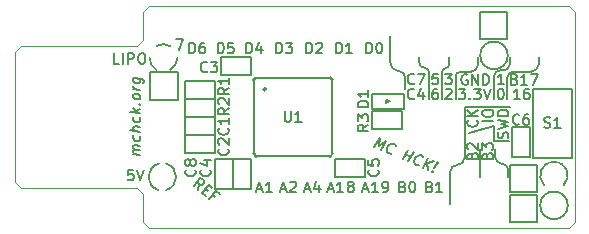
<source format=gto>
G04 (created by PCBNEW (2013-07-14 BZR 4242)-stable) date Thu 29 Aug 2013 05:54:54 PM CEST*
%MOIN*%
G04 Gerber Fmt 3.4, Leading zero omitted, Abs format*
%FSLAX34Y34*%
G01*
G70*
G90*
G04 APERTURE LIST*
%ADD10C,0.005906*%
%ADD11C,0.005900*%
%ADD12C,0.003900*%
%ADD13C,0.003921*%
%ADD14C,0.008000*%
%ADD15C,0.007800*%
%ADD16C,0.081874*%
%ADD17C,0.134200*%
%ADD18R,0.303074X0.066874*%
%ADD19R,0.263774X0.047174*%
%ADD20R,0.032874X0.052874*%
%ADD21R,0.052874X0.032874*%
%ADD22R,0.039274X0.039274*%
%ADD23R,0.066874X0.017674*%
%ADD24R,0.017674X0.066874*%
%ADD25R,0.051181X0.070866*%
G04 APERTURE END LIST*
G54D10*
G54D11*
X25275Y-18500D02*
X25275Y-19400D01*
X27000Y-18650D02*
X27000Y-19400D01*
X26225Y-18500D02*
G75*
G03X26475Y-18250I0J250D01*
G74*
G01*
X25500Y-18000D02*
X25500Y-18275D01*
X24825Y-18500D02*
X24825Y-19400D01*
X24825Y-18500D02*
G75*
G03X24700Y-18375I-125J0D01*
G74*
G01*
X24500Y-18175D02*
X24500Y-18000D01*
X25725Y-18650D02*
X25725Y-19400D01*
X26475Y-18000D02*
X26475Y-18250D01*
X27450Y-18675D02*
X27450Y-19400D01*
X28500Y-18225D02*
X28500Y-18000D01*
X27325Y-18450D02*
G75*
G03X27525Y-18250I0J200D01*
G74*
G01*
X25875Y-18500D02*
G75*
G03X25725Y-18650I0J-150D01*
G74*
G01*
X27480Y-21780D02*
G75*
G03X27260Y-21560I-220J0D01*
G74*
G01*
X27040Y-21340D02*
G75*
G03X27260Y-21560I220J0D01*
G74*
G01*
X25780Y-21600D02*
G75*
G03X25540Y-21840I0J-240D01*
G74*
G01*
X25780Y-21600D02*
G75*
G03X26020Y-21360I0J240D01*
G74*
G01*
X28225Y-18500D02*
G75*
G03X28500Y-18225I0J275D01*
G74*
G01*
X23540Y-18180D02*
G75*
G03X23840Y-18480I300J0D01*
G74*
G01*
X24040Y-18680D02*
G75*
G03X23840Y-18480I-200J0D01*
G74*
G01*
X24500Y-18175D02*
G75*
G03X24700Y-18375I200J0D01*
G74*
G01*
X25400Y-18375D02*
G75*
G03X25500Y-18275I0J100D01*
G74*
G01*
X25400Y-18375D02*
G75*
G03X25275Y-18500I0J-125D01*
G74*
G01*
X27200Y-18450D02*
G75*
G03X27000Y-18650I0J-200D01*
G74*
G01*
X27625Y-18500D02*
G75*
G03X27450Y-18675I0J-175D01*
G74*
G01*
X26990Y-20790D02*
X27500Y-20790D01*
X26990Y-20300D02*
X26990Y-20790D01*
X26170Y-20530D02*
X26990Y-20300D01*
X28450Y-21600D02*
X28450Y-22500D01*
X28450Y-22500D02*
X27550Y-22500D01*
X27550Y-22500D02*
X27550Y-21600D01*
X27550Y-21600D02*
X28450Y-21600D01*
X27463Y-20718D02*
X27480Y-20667D01*
X27480Y-20583D01*
X27463Y-20549D01*
X27446Y-20532D01*
X27412Y-20516D01*
X27379Y-20516D01*
X27345Y-20532D01*
X27328Y-20549D01*
X27311Y-20583D01*
X27294Y-20650D01*
X27277Y-20684D01*
X27261Y-20701D01*
X27227Y-20718D01*
X27193Y-20718D01*
X27159Y-20701D01*
X27143Y-20684D01*
X27126Y-20650D01*
X27126Y-20566D01*
X27143Y-20516D01*
X27126Y-20398D02*
X27480Y-20313D01*
X27227Y-20246D01*
X27480Y-20178D01*
X27126Y-20094D01*
X27480Y-19959D02*
X27126Y-19959D01*
X27126Y-19875D01*
X27143Y-19824D01*
X27176Y-19791D01*
X27210Y-19774D01*
X27277Y-19757D01*
X27328Y-19757D01*
X27395Y-19774D01*
X27429Y-19791D01*
X27463Y-19824D01*
X27480Y-19875D01*
X27480Y-19959D01*
X26020Y-19660D02*
X27520Y-19660D01*
X26020Y-21360D02*
X26020Y-19660D01*
G54D12*
X15300Y-17430D02*
X15300Y-16500D01*
X15300Y-22574D02*
X15300Y-23500D01*
X29500Y-23700D02*
X15500Y-23700D01*
X29700Y-16500D02*
X29700Y-23500D01*
X15500Y-16300D02*
X29500Y-16300D01*
X11223Y-17630D02*
X15100Y-17630D01*
X11223Y-22374D02*
X15100Y-22374D01*
X11023Y-17830D02*
X11023Y-22174D01*
G54D13*
X11223Y-22374D02*
X11023Y-22174D01*
X15300Y-22574D02*
X15100Y-22374D01*
X15500Y-23700D02*
X15300Y-23500D01*
X29700Y-23500D02*
X29500Y-23700D01*
X29500Y-16300D02*
X29700Y-16500D01*
X15300Y-16500D02*
X15500Y-16300D01*
X15100Y-17630D02*
X15300Y-17430D01*
G54D12*
X11223Y-17630D02*
X11023Y-17830D01*
G54D11*
X28225Y-18500D02*
X27625Y-18500D01*
X27525Y-18250D02*
X27525Y-18000D01*
X27200Y-18450D02*
X27325Y-18450D01*
X26225Y-18500D02*
X25875Y-18500D01*
X26540Y-21080D02*
X26540Y-22000D01*
X27040Y-21340D02*
X27040Y-21080D01*
X27480Y-21780D02*
X27480Y-22000D01*
X25540Y-21840D02*
X25540Y-22900D01*
X23540Y-18180D02*
X23540Y-17320D01*
X24040Y-19080D02*
X24040Y-18680D01*
X27326Y-18910D02*
X27123Y-18910D01*
X27225Y-18910D02*
X27225Y-18556D01*
X27191Y-18606D01*
X27157Y-18640D01*
X27123Y-18657D01*
X27688Y-18749D02*
X27738Y-18766D01*
X27755Y-18783D01*
X27772Y-18817D01*
X27772Y-18867D01*
X27755Y-18901D01*
X27738Y-18918D01*
X27705Y-18935D01*
X27570Y-18935D01*
X27570Y-18581D01*
X27688Y-18581D01*
X27721Y-18598D01*
X27738Y-18614D01*
X27755Y-18648D01*
X27755Y-18682D01*
X27738Y-18716D01*
X27721Y-18732D01*
X27688Y-18749D01*
X27570Y-18749D01*
X28109Y-18935D02*
X27907Y-18935D01*
X28008Y-18935D02*
X28008Y-18581D01*
X27974Y-18631D01*
X27941Y-18665D01*
X27907Y-18682D01*
X28227Y-18581D02*
X28463Y-18581D01*
X28311Y-18935D01*
X27460Y-17950D02*
G75*
G03X27460Y-17950I-460J0D01*
G74*
G01*
X25398Y-19089D02*
X25415Y-19073D01*
X25449Y-19056D01*
X25533Y-19056D01*
X25567Y-19073D01*
X25584Y-19089D01*
X25601Y-19123D01*
X25601Y-19157D01*
X25584Y-19207D01*
X25382Y-19410D01*
X25601Y-19410D01*
X25382Y-18556D02*
X25601Y-18556D01*
X25483Y-18691D01*
X25533Y-18691D01*
X25567Y-18707D01*
X25584Y-18724D01*
X25601Y-18758D01*
X25601Y-18842D01*
X25584Y-18876D01*
X25567Y-18893D01*
X25533Y-18910D01*
X25432Y-18910D01*
X25398Y-18893D01*
X25382Y-18876D01*
X25827Y-19056D02*
X26046Y-19056D01*
X25928Y-19191D01*
X25979Y-19191D01*
X26012Y-19207D01*
X26029Y-19224D01*
X26046Y-19258D01*
X26046Y-19342D01*
X26029Y-19376D01*
X26012Y-19393D01*
X25979Y-19410D01*
X25878Y-19410D01*
X25844Y-19393D01*
X25827Y-19376D01*
X26198Y-19376D02*
X26215Y-19393D01*
X26198Y-19410D01*
X26181Y-19393D01*
X26198Y-19376D01*
X26198Y-19410D01*
X26333Y-19056D02*
X26552Y-19056D01*
X26434Y-19191D01*
X26484Y-19191D01*
X26518Y-19207D01*
X26535Y-19224D01*
X26552Y-19258D01*
X26552Y-19342D01*
X26535Y-19376D01*
X26518Y-19393D01*
X26484Y-19410D01*
X26383Y-19410D01*
X26350Y-19393D01*
X26333Y-19376D01*
X26653Y-19056D02*
X26771Y-19410D01*
X26889Y-19056D01*
X26105Y-18598D02*
X26071Y-18581D01*
X26021Y-18581D01*
X25970Y-18598D01*
X25936Y-18631D01*
X25919Y-18665D01*
X25903Y-18732D01*
X25903Y-18783D01*
X25919Y-18850D01*
X25936Y-18884D01*
X25970Y-18918D01*
X26021Y-18935D01*
X26054Y-18935D01*
X26105Y-18918D01*
X26122Y-18901D01*
X26122Y-18783D01*
X26054Y-18783D01*
X26273Y-18935D02*
X26273Y-18581D01*
X26476Y-18935D01*
X26476Y-18581D01*
X26644Y-18935D02*
X26644Y-18581D01*
X26729Y-18581D01*
X26779Y-18598D01*
X26813Y-18631D01*
X26830Y-18665D01*
X26847Y-18732D01*
X26847Y-18783D01*
X26830Y-18850D01*
X26813Y-18884D01*
X26779Y-18918D01*
X26729Y-18935D01*
X26644Y-18935D01*
X19897Y-22409D02*
X20065Y-22409D01*
X19863Y-22510D02*
X19981Y-22156D01*
X20099Y-22510D01*
X20200Y-22189D02*
X20217Y-22173D01*
X20251Y-22156D01*
X20335Y-22156D01*
X20369Y-22173D01*
X20386Y-22189D01*
X20402Y-22223D01*
X20402Y-22257D01*
X20386Y-22307D01*
X20183Y-22510D01*
X20402Y-22510D01*
X26970Y-20145D02*
X26616Y-20145D01*
X26616Y-19909D02*
X26616Y-19841D01*
X26633Y-19808D01*
X26666Y-19774D01*
X26734Y-19757D01*
X26852Y-19757D01*
X26919Y-19774D01*
X26953Y-19808D01*
X26970Y-19841D01*
X26970Y-19909D01*
X26953Y-19942D01*
X26919Y-19976D01*
X26852Y-19993D01*
X26734Y-19993D01*
X26666Y-19976D01*
X26633Y-19942D01*
X26616Y-19909D01*
X26426Y-20111D02*
X26443Y-20128D01*
X26460Y-20178D01*
X26460Y-20212D01*
X26443Y-20263D01*
X26409Y-20296D01*
X26375Y-20313D01*
X26308Y-20330D01*
X26257Y-20330D01*
X26190Y-20313D01*
X26156Y-20296D01*
X26123Y-20263D01*
X26106Y-20212D01*
X26106Y-20178D01*
X26123Y-20128D01*
X26139Y-20111D01*
X26460Y-19959D02*
X26106Y-19959D01*
X26460Y-19757D02*
X26257Y-19909D01*
X26106Y-19757D02*
X26308Y-19959D01*
X27208Y-19056D02*
X27241Y-19056D01*
X27275Y-19073D01*
X27292Y-19089D01*
X27309Y-19123D01*
X27326Y-19191D01*
X27326Y-19275D01*
X27309Y-19342D01*
X27292Y-19376D01*
X27275Y-19393D01*
X27241Y-19410D01*
X27208Y-19410D01*
X27174Y-19393D01*
X27157Y-19376D01*
X27140Y-19342D01*
X27123Y-19275D01*
X27123Y-19191D01*
X27140Y-19123D01*
X27157Y-19089D01*
X27174Y-19073D01*
X27208Y-19056D01*
X14982Y-21756D02*
X14814Y-21756D01*
X14797Y-21924D01*
X14814Y-21907D01*
X14847Y-21891D01*
X14932Y-21891D01*
X14965Y-21907D01*
X14982Y-21924D01*
X14999Y-21958D01*
X14999Y-22042D01*
X14982Y-22076D01*
X14965Y-22093D01*
X14932Y-22110D01*
X14847Y-22110D01*
X14814Y-22093D01*
X14797Y-22076D01*
X15100Y-21756D02*
X15218Y-22110D01*
X15336Y-21756D01*
X14512Y-18235D02*
X14344Y-18235D01*
X14344Y-17881D01*
X14630Y-18235D02*
X14630Y-17881D01*
X14799Y-18235D02*
X14799Y-17881D01*
X14934Y-17881D01*
X14968Y-17898D01*
X14984Y-17914D01*
X15001Y-17948D01*
X15001Y-17999D01*
X14984Y-18032D01*
X14968Y-18049D01*
X14934Y-18066D01*
X14799Y-18066D01*
X15220Y-17881D02*
X15288Y-17881D01*
X15322Y-17898D01*
X15355Y-17931D01*
X15372Y-17999D01*
X15372Y-18117D01*
X15355Y-18184D01*
X15322Y-18218D01*
X15288Y-18235D01*
X15220Y-18235D01*
X15187Y-18218D01*
X15153Y-18184D01*
X15136Y-18117D01*
X15136Y-17999D01*
X15153Y-17931D01*
X15187Y-17898D01*
X15220Y-17881D01*
X27857Y-19410D02*
X27655Y-19410D01*
X27756Y-19410D02*
X27756Y-19056D01*
X27722Y-19106D01*
X27689Y-19140D01*
X27655Y-19157D01*
X28161Y-19056D02*
X28093Y-19056D01*
X28059Y-19073D01*
X28043Y-19089D01*
X28009Y-19140D01*
X27992Y-19207D01*
X27992Y-19342D01*
X28009Y-19376D01*
X28026Y-19393D01*
X28059Y-19410D01*
X28127Y-19410D01*
X28161Y-19393D01*
X28177Y-19376D01*
X28194Y-19342D01*
X28194Y-19258D01*
X28177Y-19224D01*
X28161Y-19207D01*
X28127Y-19191D01*
X28059Y-19191D01*
X28026Y-19207D01*
X28009Y-19224D01*
X27992Y-19258D01*
X26784Y-21297D02*
X26801Y-21247D01*
X26818Y-21230D01*
X26852Y-21213D01*
X26902Y-21213D01*
X26936Y-21230D01*
X26953Y-21247D01*
X26970Y-21280D01*
X26970Y-21415D01*
X26616Y-21415D01*
X26616Y-21297D01*
X26633Y-21264D01*
X26649Y-21247D01*
X26683Y-21230D01*
X26717Y-21230D01*
X26751Y-21247D01*
X26767Y-21264D01*
X26784Y-21297D01*
X26784Y-21415D01*
X26616Y-21095D02*
X26616Y-20876D01*
X26751Y-20994D01*
X26751Y-20943D01*
X26767Y-20910D01*
X26784Y-20893D01*
X26818Y-20876D01*
X26902Y-20876D01*
X26936Y-20893D01*
X26953Y-20910D01*
X26970Y-20943D01*
X26970Y-21044D01*
X26953Y-21078D01*
X26936Y-21095D01*
X26274Y-21297D02*
X26291Y-21247D01*
X26308Y-21230D01*
X26342Y-21213D01*
X26392Y-21213D01*
X26426Y-21230D01*
X26443Y-21247D01*
X26460Y-21280D01*
X26460Y-21415D01*
X26106Y-21415D01*
X26106Y-21297D01*
X26123Y-21264D01*
X26139Y-21247D01*
X26173Y-21230D01*
X26207Y-21230D01*
X26241Y-21247D01*
X26257Y-21264D01*
X26274Y-21297D01*
X26274Y-21415D01*
X26139Y-21078D02*
X26123Y-21061D01*
X26106Y-21028D01*
X26106Y-20943D01*
X26123Y-20910D01*
X26139Y-20893D01*
X26173Y-20876D01*
X26207Y-20876D01*
X26257Y-20893D01*
X26460Y-21095D01*
X26460Y-20876D01*
X24856Y-22324D02*
X24907Y-22341D01*
X24924Y-22358D01*
X24941Y-22392D01*
X24941Y-22442D01*
X24924Y-22476D01*
X24907Y-22493D01*
X24873Y-22510D01*
X24738Y-22510D01*
X24738Y-22156D01*
X24856Y-22156D01*
X24890Y-22173D01*
X24907Y-22189D01*
X24924Y-22223D01*
X24924Y-22257D01*
X24907Y-22291D01*
X24890Y-22307D01*
X24856Y-22324D01*
X24738Y-22324D01*
X25278Y-22510D02*
X25075Y-22510D01*
X25177Y-22510D02*
X25177Y-22156D01*
X25143Y-22206D01*
X25109Y-22240D01*
X25075Y-22257D01*
X23956Y-22324D02*
X24007Y-22341D01*
X24024Y-22358D01*
X24041Y-22392D01*
X24041Y-22442D01*
X24024Y-22476D01*
X24007Y-22493D01*
X23973Y-22510D01*
X23838Y-22510D01*
X23838Y-22156D01*
X23956Y-22156D01*
X23990Y-22173D01*
X24007Y-22189D01*
X24024Y-22223D01*
X24024Y-22257D01*
X24007Y-22291D01*
X23990Y-22307D01*
X23956Y-22324D01*
X23838Y-22324D01*
X24260Y-22156D02*
X24293Y-22156D01*
X24327Y-22173D01*
X24344Y-22189D01*
X24361Y-22223D01*
X24378Y-22291D01*
X24378Y-22375D01*
X24361Y-22442D01*
X24344Y-22476D01*
X24327Y-22493D01*
X24293Y-22510D01*
X24260Y-22510D01*
X24226Y-22493D01*
X24209Y-22476D01*
X24192Y-22442D01*
X24175Y-22375D01*
X24175Y-22291D01*
X24192Y-22223D01*
X24209Y-22189D01*
X24226Y-22173D01*
X24260Y-22156D01*
X22628Y-22409D02*
X22797Y-22409D01*
X22594Y-22510D02*
X22712Y-22156D01*
X22830Y-22510D01*
X23134Y-22510D02*
X22932Y-22510D01*
X23033Y-22510D02*
X23033Y-22156D01*
X22999Y-22206D01*
X22965Y-22240D01*
X22932Y-22257D01*
X23302Y-22510D02*
X23370Y-22510D01*
X23404Y-22493D01*
X23420Y-22476D01*
X23454Y-22425D01*
X23471Y-22358D01*
X23471Y-22223D01*
X23454Y-22189D01*
X23437Y-22173D01*
X23404Y-22156D01*
X23336Y-22156D01*
X23302Y-22173D01*
X23286Y-22189D01*
X23269Y-22223D01*
X23269Y-22307D01*
X23286Y-22341D01*
X23302Y-22358D01*
X23336Y-22375D01*
X23404Y-22375D01*
X23437Y-22358D01*
X23454Y-22341D01*
X23471Y-22307D01*
X21478Y-22409D02*
X21647Y-22409D01*
X21444Y-22510D02*
X21562Y-22156D01*
X21680Y-22510D01*
X21984Y-22510D02*
X21782Y-22510D01*
X21883Y-22510D02*
X21883Y-22156D01*
X21849Y-22206D01*
X21815Y-22240D01*
X21782Y-22257D01*
X22186Y-22307D02*
X22152Y-22291D01*
X22136Y-22274D01*
X22119Y-22240D01*
X22119Y-22223D01*
X22136Y-22189D01*
X22152Y-22173D01*
X22186Y-22156D01*
X22254Y-22156D01*
X22287Y-22173D01*
X22304Y-22189D01*
X22321Y-22223D01*
X22321Y-22240D01*
X22304Y-22274D01*
X22287Y-22291D01*
X22254Y-22307D01*
X22186Y-22307D01*
X22152Y-22324D01*
X22136Y-22341D01*
X22119Y-22375D01*
X22119Y-22442D01*
X22136Y-22476D01*
X22152Y-22493D01*
X22186Y-22510D01*
X22254Y-22510D01*
X22287Y-22493D01*
X22304Y-22476D01*
X22321Y-22442D01*
X22321Y-22375D01*
X22304Y-22341D01*
X22287Y-22324D01*
X22254Y-22307D01*
X20697Y-22409D02*
X20865Y-22409D01*
X20663Y-22510D02*
X20781Y-22156D01*
X20899Y-22510D01*
X21169Y-22274D02*
X21169Y-22510D01*
X21084Y-22139D02*
X21000Y-22392D01*
X21219Y-22392D01*
X19097Y-22409D02*
X19265Y-22409D01*
X19063Y-22510D02*
X19181Y-22156D01*
X19299Y-22510D01*
X19602Y-22510D02*
X19400Y-22510D01*
X19501Y-22510D02*
X19501Y-22156D01*
X19468Y-22206D01*
X19434Y-22240D01*
X19400Y-22257D01*
X17143Y-22433D02*
X17161Y-22228D01*
X16988Y-22303D02*
X17216Y-22032D01*
X17319Y-22119D01*
X17334Y-22153D01*
X17336Y-22177D01*
X17327Y-22214D01*
X17295Y-22252D01*
X17260Y-22267D01*
X17237Y-22269D01*
X17200Y-22261D01*
X17097Y-22174D01*
X17379Y-22389D02*
X17469Y-22464D01*
X17389Y-22639D02*
X17259Y-22531D01*
X17487Y-22259D01*
X17616Y-22368D01*
X17714Y-22670D02*
X17624Y-22594D01*
X17505Y-22736D02*
X17732Y-22465D01*
X17861Y-22574D01*
X24341Y-19376D02*
X24324Y-19393D01*
X24273Y-19410D01*
X24239Y-19410D01*
X24189Y-19393D01*
X24155Y-19359D01*
X24138Y-19325D01*
X24121Y-19258D01*
X24121Y-19207D01*
X24138Y-19140D01*
X24155Y-19106D01*
X24189Y-19073D01*
X24239Y-19056D01*
X24273Y-19056D01*
X24324Y-19073D01*
X24341Y-19089D01*
X24644Y-19174D02*
X24644Y-19410D01*
X24560Y-19039D02*
X24475Y-19292D01*
X24695Y-19292D01*
X25134Y-18556D02*
X24965Y-18556D01*
X24948Y-18724D01*
X24965Y-18707D01*
X24999Y-18691D01*
X25083Y-18691D01*
X25117Y-18707D01*
X25134Y-18724D01*
X25151Y-18758D01*
X25151Y-18842D01*
X25134Y-18876D01*
X25117Y-18893D01*
X25083Y-18910D01*
X24999Y-18910D01*
X24965Y-18893D01*
X24948Y-18876D01*
X25117Y-19056D02*
X25050Y-19056D01*
X25016Y-19073D01*
X24999Y-19089D01*
X24965Y-19140D01*
X24948Y-19207D01*
X24948Y-19342D01*
X24965Y-19376D01*
X24982Y-19393D01*
X25016Y-19410D01*
X25083Y-19410D01*
X25117Y-19393D01*
X25134Y-19376D01*
X25151Y-19342D01*
X25151Y-19258D01*
X25134Y-19224D01*
X25117Y-19207D01*
X25083Y-19191D01*
X25016Y-19191D01*
X24982Y-19207D01*
X24965Y-19224D01*
X24948Y-19258D01*
X24341Y-18876D02*
X24324Y-18893D01*
X24273Y-18910D01*
X24239Y-18910D01*
X24189Y-18893D01*
X24155Y-18859D01*
X24138Y-18825D01*
X24121Y-18758D01*
X24121Y-18707D01*
X24138Y-18640D01*
X24155Y-18606D01*
X24189Y-18573D01*
X24239Y-18556D01*
X24273Y-18556D01*
X24324Y-18573D01*
X24341Y-18589D01*
X24459Y-18556D02*
X24695Y-18556D01*
X24543Y-18910D01*
X22738Y-17885D02*
X22738Y-17531D01*
X22823Y-17531D01*
X22873Y-17548D01*
X22907Y-17581D01*
X22924Y-17615D01*
X22941Y-17682D01*
X22941Y-17733D01*
X22924Y-17800D01*
X22907Y-17834D01*
X22873Y-17868D01*
X22823Y-17885D01*
X22738Y-17885D01*
X23160Y-17531D02*
X23193Y-17531D01*
X23227Y-17548D01*
X23244Y-17564D01*
X23261Y-17598D01*
X23278Y-17666D01*
X23278Y-17750D01*
X23261Y-17817D01*
X23244Y-17851D01*
X23227Y-17868D01*
X23193Y-17885D01*
X23160Y-17885D01*
X23126Y-17868D01*
X23109Y-17851D01*
X23092Y-17817D01*
X23075Y-17750D01*
X23075Y-17666D01*
X23092Y-17598D01*
X23109Y-17564D01*
X23126Y-17548D01*
X23160Y-17531D01*
X21738Y-17885D02*
X21738Y-17531D01*
X21823Y-17531D01*
X21873Y-17548D01*
X21907Y-17581D01*
X21924Y-17615D01*
X21941Y-17682D01*
X21941Y-17733D01*
X21924Y-17800D01*
X21907Y-17834D01*
X21873Y-17868D01*
X21823Y-17885D01*
X21738Y-17885D01*
X22278Y-17885D02*
X22075Y-17885D01*
X22177Y-17885D02*
X22177Y-17531D01*
X22143Y-17581D01*
X22109Y-17615D01*
X22075Y-17632D01*
X20738Y-17885D02*
X20738Y-17531D01*
X20823Y-17531D01*
X20873Y-17548D01*
X20907Y-17581D01*
X20924Y-17615D01*
X20941Y-17682D01*
X20941Y-17733D01*
X20924Y-17800D01*
X20907Y-17834D01*
X20873Y-17868D01*
X20823Y-17885D01*
X20738Y-17885D01*
X21075Y-17564D02*
X21092Y-17548D01*
X21126Y-17531D01*
X21210Y-17531D01*
X21244Y-17548D01*
X21261Y-17564D01*
X21278Y-17598D01*
X21278Y-17632D01*
X21261Y-17682D01*
X21059Y-17885D01*
X21278Y-17885D01*
X19738Y-17885D02*
X19738Y-17531D01*
X19823Y-17531D01*
X19873Y-17548D01*
X19907Y-17581D01*
X19924Y-17615D01*
X19941Y-17682D01*
X19941Y-17733D01*
X19924Y-17800D01*
X19907Y-17834D01*
X19873Y-17868D01*
X19823Y-17885D01*
X19738Y-17885D01*
X20059Y-17531D02*
X20278Y-17531D01*
X20160Y-17666D01*
X20210Y-17666D01*
X20244Y-17682D01*
X20261Y-17699D01*
X20278Y-17733D01*
X20278Y-17817D01*
X20261Y-17851D01*
X20244Y-17868D01*
X20210Y-17885D01*
X20109Y-17885D01*
X20075Y-17868D01*
X20059Y-17851D01*
X18738Y-17885D02*
X18738Y-17531D01*
X18823Y-17531D01*
X18873Y-17548D01*
X18907Y-17581D01*
X18924Y-17615D01*
X18941Y-17682D01*
X18941Y-17733D01*
X18924Y-17800D01*
X18907Y-17834D01*
X18873Y-17868D01*
X18823Y-17885D01*
X18738Y-17885D01*
X19244Y-17649D02*
X19244Y-17885D01*
X19160Y-17514D02*
X19075Y-17767D01*
X19295Y-17767D01*
X17788Y-17885D02*
X17788Y-17531D01*
X17873Y-17531D01*
X17923Y-17548D01*
X17957Y-17581D01*
X17974Y-17615D01*
X17991Y-17682D01*
X17991Y-17733D01*
X17974Y-17800D01*
X17957Y-17834D01*
X17923Y-17868D01*
X17873Y-17885D01*
X17788Y-17885D01*
X18311Y-17531D02*
X18142Y-17531D01*
X18125Y-17699D01*
X18142Y-17682D01*
X18176Y-17666D01*
X18260Y-17666D01*
X18294Y-17682D01*
X18311Y-17699D01*
X18328Y-17733D01*
X18328Y-17817D01*
X18311Y-17851D01*
X18294Y-17868D01*
X18260Y-17885D01*
X18176Y-17885D01*
X18142Y-17868D01*
X18125Y-17851D01*
X16838Y-17885D02*
X16838Y-17531D01*
X16923Y-17531D01*
X16973Y-17548D01*
X17007Y-17581D01*
X17024Y-17615D01*
X17041Y-17682D01*
X17041Y-17733D01*
X17024Y-17800D01*
X17007Y-17834D01*
X16973Y-17868D01*
X16923Y-17885D01*
X16838Y-17885D01*
X17344Y-17531D02*
X17277Y-17531D01*
X17243Y-17548D01*
X17226Y-17564D01*
X17192Y-17615D01*
X17175Y-17682D01*
X17175Y-17817D01*
X17192Y-17851D01*
X17209Y-17868D01*
X17243Y-17885D01*
X17310Y-17885D01*
X17344Y-17868D01*
X17361Y-17851D01*
X17378Y-17817D01*
X17378Y-17733D01*
X17361Y-17699D01*
X17344Y-17682D01*
X17310Y-17666D01*
X17243Y-17666D01*
X17209Y-17682D01*
X17192Y-17699D01*
X17175Y-17733D01*
X16407Y-17406D02*
X16643Y-17406D01*
X16491Y-17760D01*
X15750Y-17640D02*
G75*
G02X16212Y-17640I231J-399D01*
G74*
G01*
X15752Y-18438D02*
G75*
G02X15522Y-18040I230J398D01*
G74*
G01*
X16443Y-18040D02*
G75*
G02X16212Y-18440I-461J0D01*
G74*
G01*
X16068Y-22441D02*
G75*
G03X16068Y-21558I-118J441D01*
G74*
G01*
X15829Y-21558D02*
G75*
G03X15826Y-22440I116J-441D01*
G74*
G01*
X15550Y-19425D02*
X16475Y-19425D01*
X15550Y-18500D02*
X15550Y-19425D01*
X16475Y-18500D02*
X15550Y-18500D01*
X16475Y-19425D02*
X16475Y-18500D01*
X29460Y-22950D02*
G75*
G03X29460Y-22950I-460J0D01*
G74*
G01*
X27550Y-22600D02*
X28450Y-22600D01*
X27550Y-23500D02*
X27550Y-22600D01*
X28450Y-23500D02*
X27550Y-23500D01*
X28450Y-22600D02*
X28450Y-23500D01*
X27450Y-17400D02*
X27450Y-16500D01*
X26550Y-17400D02*
X27450Y-17400D01*
X26550Y-16500D02*
X26550Y-17400D01*
X27450Y-16500D02*
X26550Y-16500D01*
X29325Y-22275D02*
G75*
G03X28675Y-22275I-325J325D01*
G74*
G01*
X23009Y-21007D02*
X23188Y-20699D01*
X23168Y-20965D01*
X23405Y-20791D01*
X23226Y-21100D01*
X23584Y-21215D02*
X23560Y-21223D01*
X23505Y-21218D01*
X23474Y-21205D01*
X23436Y-21171D01*
X23422Y-21128D01*
X23424Y-21092D01*
X23442Y-21027D01*
X23468Y-20983D01*
X23518Y-20930D01*
X23550Y-20908D01*
X23598Y-20891D01*
X23653Y-20896D01*
X23684Y-20910D01*
X23722Y-20944D01*
X23729Y-20965D01*
X23955Y-21409D02*
X24134Y-21101D01*
X24049Y-21248D02*
X24235Y-21327D01*
X24141Y-21488D02*
X24320Y-21180D01*
X24500Y-21604D02*
X24476Y-21612D01*
X24421Y-21607D01*
X24390Y-21594D01*
X24352Y-21559D01*
X24338Y-21517D01*
X24339Y-21481D01*
X24358Y-21415D01*
X24383Y-21371D01*
X24433Y-21319D01*
X24466Y-21296D01*
X24514Y-21280D01*
X24569Y-21285D01*
X24600Y-21298D01*
X24638Y-21333D01*
X24645Y-21354D01*
X24622Y-21692D02*
X24802Y-21384D01*
X24809Y-21771D02*
X24771Y-21536D01*
X24988Y-21463D02*
X24699Y-21560D01*
X24965Y-21801D02*
X24972Y-21823D01*
X24948Y-21831D01*
X24941Y-21809D01*
X24965Y-21801D01*
X24948Y-21831D01*
X25017Y-21713D02*
X25103Y-21530D01*
X25127Y-21522D01*
X25134Y-21543D01*
X25017Y-21713D01*
X25127Y-21522D01*
X15210Y-21267D02*
X14974Y-21238D01*
X15007Y-21242D02*
X14991Y-21223D01*
X14974Y-21187D01*
X14974Y-21137D01*
X14991Y-21105D01*
X15024Y-21092D01*
X15210Y-21116D01*
X15024Y-21092D02*
X14991Y-21071D01*
X14974Y-21035D01*
X14974Y-20985D01*
X14991Y-20953D01*
X15024Y-20941D01*
X15210Y-20964D01*
X15193Y-20641D02*
X15210Y-20677D01*
X15210Y-20745D01*
X15193Y-20776D01*
X15176Y-20791D01*
X15142Y-20804D01*
X15041Y-20791D01*
X15007Y-20770D01*
X14991Y-20751D01*
X14974Y-20715D01*
X14974Y-20648D01*
X14991Y-20616D01*
X15210Y-20492D02*
X14856Y-20448D01*
X15210Y-20340D02*
X15024Y-20317D01*
X14991Y-20330D01*
X14974Y-20361D01*
X14974Y-20412D01*
X14991Y-20448D01*
X15007Y-20467D01*
X15193Y-20018D02*
X15210Y-20054D01*
X15210Y-20121D01*
X15193Y-20153D01*
X15176Y-20167D01*
X15142Y-20180D01*
X15041Y-20167D01*
X15007Y-20146D01*
X14991Y-20127D01*
X14974Y-20091D01*
X14974Y-20024D01*
X14991Y-19992D01*
X15210Y-19868D02*
X14856Y-19824D01*
X15075Y-19818D02*
X15210Y-19733D01*
X14974Y-19704D02*
X15109Y-19855D01*
X15176Y-19577D02*
X15193Y-19563D01*
X15210Y-19582D01*
X15193Y-19596D01*
X15176Y-19577D01*
X15210Y-19582D01*
X15210Y-19362D02*
X15193Y-19394D01*
X15176Y-19409D01*
X15142Y-19421D01*
X15041Y-19409D01*
X15007Y-19388D01*
X14991Y-19369D01*
X14974Y-19333D01*
X14974Y-19282D01*
X14991Y-19251D01*
X15007Y-19236D01*
X15041Y-19223D01*
X15142Y-19236D01*
X15176Y-19257D01*
X15193Y-19276D01*
X15210Y-19312D01*
X15210Y-19362D01*
X15210Y-19093D02*
X14974Y-19063D01*
X15041Y-19072D02*
X15007Y-19051D01*
X14991Y-19032D01*
X14974Y-18996D01*
X14974Y-18962D01*
X14974Y-18692D02*
X15260Y-18728D01*
X15294Y-18749D01*
X15311Y-18768D01*
X15328Y-18804D01*
X15328Y-18855D01*
X15311Y-18886D01*
X15193Y-18720D02*
X15210Y-18756D01*
X15210Y-18823D01*
X15193Y-18855D01*
X15176Y-18869D01*
X15142Y-18882D01*
X15041Y-18869D01*
X15007Y-18848D01*
X14991Y-18829D01*
X14974Y-18793D01*
X14974Y-18726D01*
X14991Y-18694D01*
X16700Y-18800D02*
X17700Y-18800D01*
X17700Y-18800D02*
X17700Y-19400D01*
X17700Y-19400D02*
X16700Y-19400D01*
X16700Y-19400D02*
X16700Y-18800D01*
X16700Y-19400D02*
X17700Y-19400D01*
X17700Y-19400D02*
X17700Y-20000D01*
X17700Y-20000D02*
X16700Y-20000D01*
X16700Y-20000D02*
X16700Y-19400D01*
X18900Y-18600D02*
X17900Y-18600D01*
X17900Y-18600D02*
X17900Y-18000D01*
X17900Y-18000D02*
X18900Y-18000D01*
X18900Y-18000D02*
X18900Y-18600D01*
X17700Y-20600D02*
X16700Y-20600D01*
X16700Y-20600D02*
X16700Y-20000D01*
X16700Y-20000D02*
X17700Y-20000D01*
X17700Y-20000D02*
X17700Y-20600D01*
X21700Y-21400D02*
X22700Y-21400D01*
X22700Y-21400D02*
X22700Y-22000D01*
X22700Y-22000D02*
X21700Y-22000D01*
X21700Y-22000D02*
X21700Y-21400D01*
X18900Y-21400D02*
X18900Y-22400D01*
X18900Y-22400D02*
X18300Y-22400D01*
X18300Y-22400D02*
X18300Y-21400D01*
X18300Y-21400D02*
X18900Y-21400D01*
X27600Y-21350D02*
X27600Y-20350D01*
X27600Y-20350D02*
X28200Y-20350D01*
X28200Y-20350D02*
X28200Y-21350D01*
X28200Y-21350D02*
X27600Y-21350D01*
X23944Y-20398D02*
X22944Y-20398D01*
X22944Y-20398D02*
X22944Y-19798D01*
X22944Y-19798D02*
X23944Y-19798D01*
X23944Y-19798D02*
X23944Y-20398D01*
X23414Y-19428D02*
X23534Y-19488D01*
X23534Y-19488D02*
X23414Y-19548D01*
X23414Y-19548D02*
X23414Y-19428D01*
X22949Y-19238D02*
X23999Y-19238D01*
X23999Y-19238D02*
X23999Y-19738D01*
X23999Y-19738D02*
X22949Y-19738D01*
X22949Y-19738D02*
X22949Y-19238D01*
X19080Y-21299D02*
X19001Y-21220D01*
X19001Y-21220D02*
X19001Y-18780D01*
X19001Y-18780D02*
X19080Y-18701D01*
X19080Y-18701D02*
X21520Y-18701D01*
X21520Y-18701D02*
X21599Y-18780D01*
X21520Y-21299D02*
X19080Y-21299D01*
X21599Y-18780D02*
X21599Y-21220D01*
X19080Y-21339D02*
X18961Y-21220D01*
X21639Y-21220D02*
X21520Y-21339D01*
X21520Y-18661D02*
X21639Y-18780D01*
X19080Y-18661D02*
X18961Y-18780D01*
G54D14*
X18649Y-18542D02*
G75*
G03X18649Y-18542I-41J0D01*
G74*
G01*
G54D15*
X19411Y-19075D02*
G75*
G03X19411Y-19075I-55J0D01*
G74*
G01*
G54D11*
X17700Y-21200D02*
X16700Y-21200D01*
X16700Y-21200D02*
X16700Y-20600D01*
X16700Y-20600D02*
X17700Y-20600D01*
X17700Y-20600D02*
X17700Y-21200D01*
X28300Y-21360D02*
X28300Y-19060D01*
X28300Y-19060D02*
X29600Y-19060D01*
X29600Y-19060D02*
X29600Y-21360D01*
X29600Y-21360D02*
X28300Y-21360D01*
X17700Y-22400D02*
X17700Y-21400D01*
X17700Y-21400D02*
X18300Y-21400D01*
X18300Y-21400D02*
X18300Y-22400D01*
X18300Y-22400D02*
X17700Y-22400D01*
X18160Y-19034D02*
X17991Y-19152D01*
X18160Y-19236D02*
X17806Y-19236D01*
X17806Y-19101D01*
X17823Y-19067D01*
X17839Y-19050D01*
X17873Y-19034D01*
X17924Y-19034D01*
X17957Y-19050D01*
X17974Y-19067D01*
X17991Y-19101D01*
X17991Y-19236D01*
X18160Y-18696D02*
X18160Y-18899D01*
X18160Y-18798D02*
X17806Y-18798D01*
X17856Y-18831D01*
X17890Y-18865D01*
X17907Y-18899D01*
X18160Y-19709D02*
X17991Y-19827D01*
X18160Y-19911D02*
X17806Y-19911D01*
X17806Y-19776D01*
X17823Y-19742D01*
X17839Y-19725D01*
X17873Y-19709D01*
X17924Y-19709D01*
X17957Y-19725D01*
X17974Y-19742D01*
X17991Y-19776D01*
X17991Y-19911D01*
X17839Y-19574D02*
X17823Y-19557D01*
X17806Y-19523D01*
X17806Y-19439D01*
X17823Y-19405D01*
X17839Y-19388D01*
X17873Y-19371D01*
X17907Y-19371D01*
X17957Y-19388D01*
X18160Y-19591D01*
X18160Y-19371D01*
X17441Y-18476D02*
X17424Y-18493D01*
X17373Y-18510D01*
X17339Y-18510D01*
X17289Y-18493D01*
X17255Y-18459D01*
X17238Y-18425D01*
X17221Y-18358D01*
X17221Y-18307D01*
X17238Y-18240D01*
X17255Y-18206D01*
X17289Y-18173D01*
X17339Y-18156D01*
X17373Y-18156D01*
X17424Y-18173D01*
X17441Y-18189D01*
X17559Y-18156D02*
X17778Y-18156D01*
X17660Y-18291D01*
X17710Y-18291D01*
X17744Y-18307D01*
X17761Y-18324D01*
X17778Y-18358D01*
X17778Y-18442D01*
X17761Y-18476D01*
X17744Y-18493D01*
X17710Y-18510D01*
X17609Y-18510D01*
X17575Y-18493D01*
X17559Y-18476D01*
X18126Y-20384D02*
X18143Y-20400D01*
X18160Y-20451D01*
X18160Y-20485D01*
X18143Y-20535D01*
X18109Y-20569D01*
X18075Y-20586D01*
X18008Y-20603D01*
X17957Y-20603D01*
X17890Y-20586D01*
X17856Y-20569D01*
X17823Y-20535D01*
X17806Y-20485D01*
X17806Y-20451D01*
X17823Y-20400D01*
X17839Y-20384D01*
X18160Y-20046D02*
X18160Y-20249D01*
X18160Y-20148D02*
X17806Y-20148D01*
X17856Y-20181D01*
X17890Y-20215D01*
X17907Y-20249D01*
X23126Y-21759D02*
X23143Y-21775D01*
X23160Y-21826D01*
X23160Y-21860D01*
X23143Y-21910D01*
X23109Y-21944D01*
X23075Y-21961D01*
X23008Y-21978D01*
X22957Y-21978D01*
X22890Y-21961D01*
X22856Y-21944D01*
X22823Y-21910D01*
X22806Y-21860D01*
X22806Y-21826D01*
X22823Y-21775D01*
X22839Y-21759D01*
X22806Y-21438D02*
X22806Y-21607D01*
X22974Y-21624D01*
X22957Y-21607D01*
X22941Y-21573D01*
X22941Y-21489D01*
X22957Y-21455D01*
X22974Y-21438D01*
X23008Y-21421D01*
X23092Y-21421D01*
X23126Y-21438D01*
X23143Y-21455D01*
X23160Y-21489D01*
X23160Y-21573D01*
X23143Y-21607D01*
X23126Y-21624D01*
X17526Y-21759D02*
X17543Y-21775D01*
X17560Y-21826D01*
X17560Y-21860D01*
X17543Y-21910D01*
X17509Y-21944D01*
X17475Y-21961D01*
X17408Y-21978D01*
X17357Y-21978D01*
X17290Y-21961D01*
X17256Y-21944D01*
X17223Y-21910D01*
X17206Y-21860D01*
X17206Y-21826D01*
X17223Y-21775D01*
X17239Y-21759D01*
X17324Y-21455D02*
X17560Y-21455D01*
X17189Y-21539D02*
X17442Y-21624D01*
X17442Y-21405D01*
X27841Y-20226D02*
X27824Y-20243D01*
X27773Y-20260D01*
X27739Y-20260D01*
X27689Y-20243D01*
X27655Y-20209D01*
X27638Y-20175D01*
X27621Y-20108D01*
X27621Y-20057D01*
X27638Y-19990D01*
X27655Y-19956D01*
X27689Y-19923D01*
X27739Y-19906D01*
X27773Y-19906D01*
X27824Y-19923D01*
X27841Y-19939D01*
X28144Y-19906D02*
X28077Y-19906D01*
X28043Y-19923D01*
X28026Y-19939D01*
X27992Y-19990D01*
X27975Y-20057D01*
X27975Y-20192D01*
X27992Y-20226D01*
X28009Y-20243D01*
X28043Y-20260D01*
X28110Y-20260D01*
X28144Y-20243D01*
X28161Y-20226D01*
X28178Y-20192D01*
X28178Y-20108D01*
X28161Y-20074D01*
X28144Y-20057D01*
X28110Y-20041D01*
X28043Y-20041D01*
X28009Y-20057D01*
X27992Y-20074D01*
X27975Y-20108D01*
X22810Y-20259D02*
X22641Y-20377D01*
X22810Y-20461D02*
X22456Y-20461D01*
X22456Y-20326D01*
X22473Y-20292D01*
X22489Y-20275D01*
X22523Y-20259D01*
X22574Y-20259D01*
X22607Y-20275D01*
X22624Y-20292D01*
X22641Y-20326D01*
X22641Y-20461D01*
X22456Y-20141D02*
X22456Y-19921D01*
X22591Y-20039D01*
X22591Y-19989D01*
X22607Y-19955D01*
X22624Y-19938D01*
X22658Y-19921D01*
X22742Y-19921D01*
X22776Y-19938D01*
X22793Y-19955D01*
X22810Y-19989D01*
X22810Y-20090D01*
X22793Y-20124D01*
X22776Y-20141D01*
X22810Y-19661D02*
X22456Y-19661D01*
X22456Y-19577D01*
X22473Y-19526D01*
X22506Y-19492D01*
X22540Y-19475D01*
X22607Y-19459D01*
X22658Y-19459D01*
X22725Y-19475D01*
X22759Y-19492D01*
X22793Y-19526D01*
X22810Y-19577D01*
X22810Y-19661D01*
X22810Y-19121D02*
X22810Y-19324D01*
X22810Y-19223D02*
X22456Y-19223D01*
X22506Y-19256D01*
X22540Y-19290D01*
X22557Y-19324D01*
X20030Y-19806D02*
X20030Y-20092D01*
X20047Y-20126D01*
X20064Y-20143D01*
X20097Y-20160D01*
X20165Y-20160D01*
X20198Y-20143D01*
X20215Y-20126D01*
X20232Y-20092D01*
X20232Y-19806D01*
X20586Y-20160D02*
X20384Y-20160D01*
X20485Y-20160D02*
X20485Y-19806D01*
X20451Y-19856D01*
X20418Y-19890D01*
X20384Y-19907D01*
X18126Y-21059D02*
X18143Y-21075D01*
X18160Y-21126D01*
X18160Y-21160D01*
X18143Y-21210D01*
X18109Y-21244D01*
X18075Y-21261D01*
X18008Y-21278D01*
X17957Y-21278D01*
X17890Y-21261D01*
X17856Y-21244D01*
X17823Y-21210D01*
X17806Y-21160D01*
X17806Y-21126D01*
X17823Y-21075D01*
X17839Y-21059D01*
X17839Y-20924D02*
X17823Y-20907D01*
X17806Y-20873D01*
X17806Y-20789D01*
X17823Y-20755D01*
X17839Y-20738D01*
X17873Y-20721D01*
X17907Y-20721D01*
X17957Y-20738D01*
X18160Y-20941D01*
X18160Y-20721D01*
X28680Y-20353D02*
X28730Y-20370D01*
X28815Y-20370D01*
X28848Y-20353D01*
X28865Y-20336D01*
X28882Y-20302D01*
X28882Y-20269D01*
X28865Y-20235D01*
X28848Y-20218D01*
X28815Y-20201D01*
X28747Y-20184D01*
X28714Y-20167D01*
X28697Y-20151D01*
X28680Y-20117D01*
X28680Y-20083D01*
X28697Y-20049D01*
X28714Y-20033D01*
X28747Y-20016D01*
X28832Y-20016D01*
X28882Y-20033D01*
X29219Y-20370D02*
X29017Y-20370D01*
X29118Y-20370D02*
X29118Y-20016D01*
X29084Y-20066D01*
X29051Y-20100D01*
X29017Y-20117D01*
X17026Y-21759D02*
X17043Y-21775D01*
X17060Y-21826D01*
X17060Y-21860D01*
X17043Y-21910D01*
X17009Y-21944D01*
X16975Y-21961D01*
X16908Y-21978D01*
X16857Y-21978D01*
X16790Y-21961D01*
X16756Y-21944D01*
X16723Y-21910D01*
X16706Y-21860D01*
X16706Y-21826D01*
X16723Y-21775D01*
X16739Y-21759D01*
X16857Y-21556D02*
X16841Y-21590D01*
X16824Y-21607D01*
X16790Y-21624D01*
X16773Y-21624D01*
X16739Y-21607D01*
X16723Y-21590D01*
X16706Y-21556D01*
X16706Y-21489D01*
X16723Y-21455D01*
X16739Y-21438D01*
X16773Y-21421D01*
X16790Y-21421D01*
X16824Y-21438D01*
X16841Y-21455D01*
X16857Y-21489D01*
X16857Y-21556D01*
X16874Y-21590D01*
X16891Y-21607D01*
X16925Y-21624D01*
X16992Y-21624D01*
X17026Y-21607D01*
X17043Y-21590D01*
X17060Y-21556D01*
X17060Y-21489D01*
X17043Y-21455D01*
X17026Y-21438D01*
X16992Y-21421D01*
X16925Y-21421D01*
X16891Y-21438D01*
X16874Y-21455D01*
X16857Y-21489D01*
%LPC*%
G54D16*
X24000Y-18050D03*
X25000Y-17950D03*
X26000Y-18050D03*
X27000Y-17950D03*
X28000Y-18050D03*
X29000Y-17950D03*
X26000Y-22050D03*
X27000Y-21950D03*
X28000Y-22050D03*
X29000Y-21950D03*
G54D17*
X25160Y-20420D03*
G54D16*
X16000Y-17050D03*
X17000Y-16950D03*
X18000Y-17050D03*
X19000Y-16950D03*
X20000Y-17050D03*
X21000Y-16950D03*
X22000Y-17050D03*
X23000Y-16950D03*
X24000Y-17050D03*
X25000Y-16950D03*
X26000Y-17050D03*
X27000Y-16950D03*
X28000Y-17050D03*
X29000Y-16950D03*
X16000Y-23050D03*
X17000Y-22950D03*
X18000Y-23050D03*
X19000Y-22950D03*
X20000Y-23050D03*
X21000Y-22950D03*
X22000Y-23050D03*
X23000Y-22950D03*
X24000Y-23050D03*
X25000Y-22950D03*
X26000Y-23050D03*
X27000Y-22950D03*
X28000Y-23050D03*
X29000Y-22950D03*
G54D18*
X12914Y-21377D03*
X12914Y-18623D03*
G54D19*
X13110Y-20393D03*
X13110Y-19607D03*
G54D20*
X16900Y-19100D03*
X17500Y-19100D03*
X16900Y-19700D03*
X17500Y-19700D03*
X18700Y-18300D03*
X18100Y-18300D03*
X17500Y-20300D03*
X16900Y-20300D03*
X21900Y-21700D03*
X22500Y-21700D03*
G54D21*
X18600Y-21600D03*
X18600Y-22200D03*
X27900Y-21150D03*
X27900Y-20550D03*
G54D20*
X23744Y-20098D03*
X23144Y-20098D03*
G54D22*
X23179Y-19488D03*
X23769Y-19488D03*
G54D23*
X18608Y-18918D03*
X18608Y-19115D03*
X18608Y-19312D03*
X18608Y-19508D03*
X18608Y-19705D03*
X18608Y-19902D03*
X18608Y-20098D03*
X18608Y-20295D03*
X18608Y-20492D03*
X18608Y-20688D03*
X18608Y-20885D03*
X18608Y-21082D03*
G54D24*
X19218Y-21692D03*
X19415Y-21692D03*
X19612Y-21692D03*
X19808Y-21692D03*
X20005Y-21692D03*
X20202Y-21692D03*
X20398Y-21692D03*
X20595Y-21692D03*
X20792Y-21692D03*
X20988Y-21692D03*
X21185Y-21692D03*
X21382Y-21692D03*
G54D23*
X21992Y-21082D03*
X21992Y-20885D03*
X21992Y-20688D03*
X21992Y-20492D03*
X21992Y-20295D03*
X21992Y-20098D03*
X21992Y-19902D03*
X21992Y-19705D03*
X21992Y-19508D03*
X21992Y-19312D03*
X21992Y-19115D03*
X21992Y-18918D03*
G54D24*
X21382Y-18308D03*
X21185Y-18308D03*
X20988Y-18308D03*
X20792Y-18308D03*
X20595Y-18308D03*
X20398Y-18308D03*
X20202Y-18308D03*
X20005Y-18308D03*
X19808Y-18308D03*
X19612Y-18308D03*
X19415Y-18308D03*
X19218Y-18308D03*
G54D16*
X15950Y-22000D03*
X16050Y-21000D03*
X15950Y-20000D03*
X16015Y-18960D03*
X15985Y-18040D03*
G54D20*
X17500Y-20900D03*
X16900Y-20900D03*
G54D25*
X28615Y-20958D03*
X29284Y-20958D03*
X28615Y-19461D03*
X29285Y-19461D03*
G54D21*
X18000Y-22200D03*
X18000Y-21600D03*
M02*

</source>
